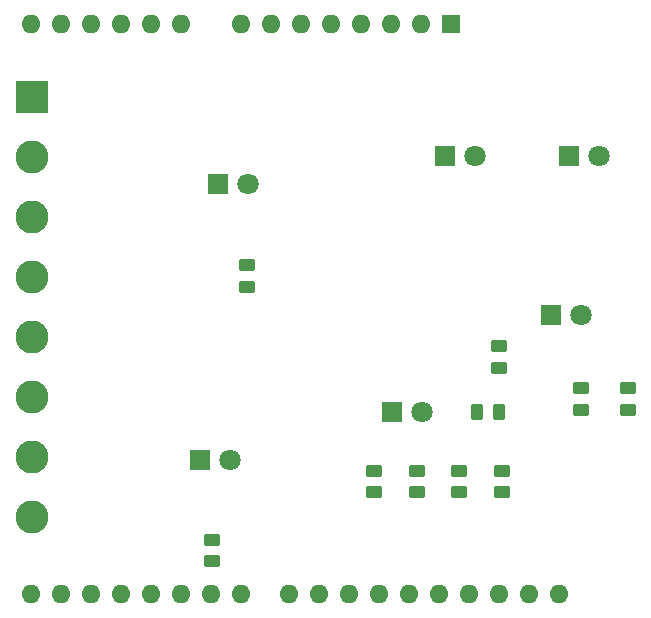
<source format=gbr>
%TF.GenerationSoftware,KiCad,Pcbnew,7.0.10*%
%TF.CreationDate,2024-04-13T12:41:34+02:00*%
%TF.ProjectId,jeopardy_pcb,6a656f70-6172-4647-995f-7063622e6b69,rev?*%
%TF.SameCoordinates,Original*%
%TF.FileFunction,Soldermask,Top*%
%TF.FilePolarity,Negative*%
%FSLAX46Y46*%
G04 Gerber Fmt 4.6, Leading zero omitted, Abs format (unit mm)*
G04 Created by KiCad (PCBNEW 7.0.10) date 2024-04-13 12:41:34*
%MOMM*%
%LPD*%
G01*
G04 APERTURE LIST*
G04 Aperture macros list*
%AMRoundRect*
0 Rectangle with rounded corners*
0 $1 Rounding radius*
0 $2 $3 $4 $5 $6 $7 $8 $9 X,Y pos of 4 corners*
0 Add a 4 corners polygon primitive as box body*
4,1,4,$2,$3,$4,$5,$6,$7,$8,$9,$2,$3,0*
0 Add four circle primitives for the rounded corners*
1,1,$1+$1,$2,$3*
1,1,$1+$1,$4,$5*
1,1,$1+$1,$6,$7*
1,1,$1+$1,$8,$9*
0 Add four rect primitives between the rounded corners*
20,1,$1+$1,$2,$3,$4,$5,0*
20,1,$1+$1,$4,$5,$6,$7,0*
20,1,$1+$1,$6,$7,$8,$9,0*
20,1,$1+$1,$8,$9,$2,$3,0*%
G04 Aperture macros list end*
%ADD10RoundRect,0.250000X0.450000X-0.262500X0.450000X0.262500X-0.450000X0.262500X-0.450000X-0.262500X0*%
%ADD11R,1.800000X1.800000*%
%ADD12C,1.800000*%
%ADD13R,2.800000X2.800000*%
%ADD14C,2.800000*%
%ADD15RoundRect,0.250000X-0.450000X0.262500X-0.450000X-0.262500X0.450000X-0.262500X0.450000X0.262500X0*%
%ADD16RoundRect,0.250000X0.262500X0.450000X-0.262500X0.450000X-0.262500X-0.450000X0.262500X-0.450000X0*%
%ADD17R,1.600000X1.600000*%
%ADD18O,1.600000X1.600000*%
G04 APERTURE END LIST*
D10*
%TO.C,R9*%
X100711000Y-101496500D03*
X100711000Y-99671500D03*
%TD*%
D11*
%TO.C,D4*%
X106680000Y-83566000D03*
D12*
X109220000Y-83566000D03*
%TD*%
D13*
%TO.C,J1*%
X61214000Y-78613000D03*
D14*
X61214000Y-83693000D03*
X61214000Y-88773000D03*
X61214000Y-93853000D03*
X61214000Y-98933000D03*
X61214000Y-104013000D03*
X61214000Y-109093000D03*
X61214000Y-114173000D03*
%TD*%
D11*
%TO.C,D5*%
X96139000Y-83566000D03*
D12*
X98679000Y-83566000D03*
%TD*%
D15*
%TO.C,R2*%
X97366666Y-110212500D03*
X97366666Y-112037500D03*
%TD*%
D10*
%TO.C,R7*%
X107696000Y-105052500D03*
X107696000Y-103227500D03*
%TD*%
D15*
%TO.C,R1*%
X100965000Y-110212500D03*
X100965000Y-112037500D03*
%TD*%
D11*
%TO.C,D1*%
X91694000Y-105283000D03*
D12*
X94234000Y-105283000D03*
%TD*%
D10*
%TO.C,R6*%
X76454000Y-117879500D03*
X76454000Y-116054500D03*
%TD*%
%TO.C,R10*%
X79375000Y-94638500D03*
X79375000Y-92813500D03*
%TD*%
D16*
%TO.C,R5*%
X100734500Y-105283000D03*
X98909500Y-105283000D03*
%TD*%
D11*
%TO.C,D2*%
X75438000Y-109347000D03*
D12*
X77978000Y-109347000D03*
%TD*%
D11*
%TO.C,D3*%
X105156000Y-97028000D03*
D12*
X107696000Y-97028000D03*
%TD*%
D15*
%TO.C,R4*%
X90170000Y-110212500D03*
X90170000Y-112037500D03*
%TD*%
%TO.C,R3*%
X93768333Y-110212500D03*
X93768333Y-112037500D03*
%TD*%
D11*
%TO.C,D6*%
X76962000Y-85979000D03*
D12*
X79502000Y-85979000D03*
%TD*%
D10*
%TO.C,R8*%
X111633000Y-105052500D03*
X111633000Y-103227500D03*
%TD*%
D17*
%TO.C,A1*%
X96647000Y-72390000D03*
D18*
X94107000Y-72390000D03*
X91567000Y-72390000D03*
X89027000Y-72390000D03*
X86487000Y-72390000D03*
X83947000Y-72390000D03*
X81407000Y-72390000D03*
X78867000Y-72390000D03*
X73787000Y-72390000D03*
X71247000Y-72390000D03*
X68707000Y-72390000D03*
X66167000Y-72390000D03*
X63627000Y-72390000D03*
X61087000Y-72390000D03*
X61087000Y-120650000D03*
X63627000Y-120650000D03*
X66167000Y-120650000D03*
X68707000Y-120650000D03*
X71247000Y-120650000D03*
X73787000Y-120650000D03*
X76327000Y-120650000D03*
X78867000Y-120650000D03*
X82927000Y-120650000D03*
X85467000Y-120650000D03*
X88007000Y-120650000D03*
X90547000Y-120650000D03*
X93087000Y-120650000D03*
X95627000Y-120650000D03*
X98167000Y-120650000D03*
X100707000Y-120650000D03*
X103247000Y-120650000D03*
X105787000Y-120650000D03*
%TD*%
M02*

</source>
